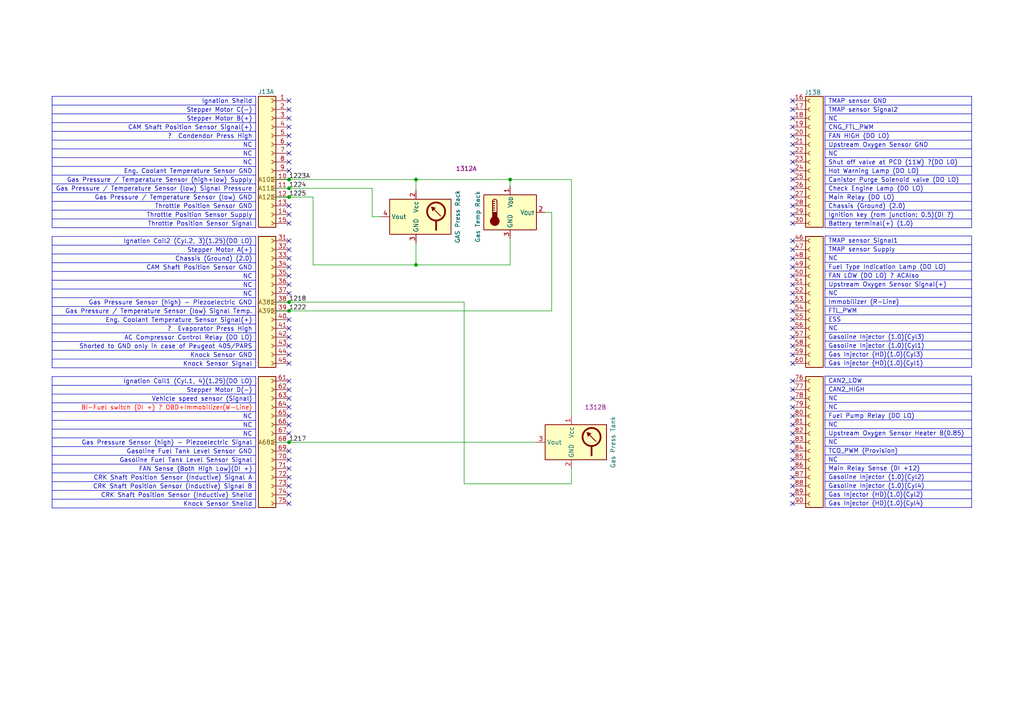
<source format=kicad_sch>
(kicad_sch (version 20250114) (generator "eeschema") (generator_version "9.0")
  (paper "A4")
  (lib_symbols
    (symbol "Sensor_Pressure:40PC250G"
      (property "Reference" "U" (at -10.16 6.35 0))
      (property "Value" "40PC250G" (at 6.35 6.35 0))
      (symbol "40PC250G_0_1"
        (polyline (pts (xy -7.112 0.254) (xy -4.572 2.794)) (stroke (width 0.254)))
        (circle (center -5.842 1.524) (radius 2.6162) (stroke (width 0.508)))
        (polyline (pts (xy -5.842 -1.27) (xy -5.842 -3.81)) (stroke (width 0.508)))
        (polyline (pts (xy -4.572 2.794) (xy -4.826 1.778) (xy -5.588 2.54) (xy -4.572 2.794)) (stroke (width 0.254)) (fill (type outline)))
        (rectangle (start 7.62 5.08) (end -10.16 -5.08) (stroke (width 0.254)) (fill (type background)))
      )
      (symbol "40PC250G_1_1"
        (pin no_connect line (at -7.62 -5.08 90) (length 2.54) (hide yes) (name "NC") (number "4"))
        (pin no_connect line (at -5.08 -5.08 90) (length 2.54) (hide yes) (name "NC") (number "5"))
        (pin no_connect line (at -2.54 -5.08 90) (length 2.54) (hide yes) (name "NC") (number "6"))
        (pin power_in line (at 0 7.62 270) (length 2.54) (name "Vcc") (number "1"))
        (pin power_in line (at 0 -7.62 90) (length 2.54) (name "GND") (number "2"))
        (pin output line (at 10.16 0 180) (length 2.54) (name "Vout") (number "3"))
      )
    )
    (symbol "Sensor_Pressure:MPXHZ6115A"
      (property "Reference" "U" (at -10.16 6.35 0))
      (property "Value" "MPXHZ6115A" (at 1.27 6.35 0))
      (symbol "MPXHZ6115A_0_1"
        (polyline (pts (xy -7.112 0.254) (xy -4.572 2.794)) (stroke (width 0.254)))
        (circle (center -5.842 1.524) (radius 2.6162) (stroke (width 0.508)))
        (polyline (pts (xy -5.842 -1.27) (xy -5.842 -3.81)) (stroke (width 0.508)))
        (polyline (pts (xy -4.572 2.794) (xy -4.826 1.778) (xy -5.588 2.54) (xy -4.572 2.794)) (stroke (width 0.254)) (fill (type outline)))
        (rectangle (start 7.62 5.08) (end -10.16 -5.08) (stroke (width 0.254)) (fill (type background)))
      )
      (symbol "MPXHZ6115A_1_1"
        (pin no_connect line (at -7.62 -5.08 90) (length 2.54) (hide yes) (name "NC") (number "5"))
        (pin no_connect line (at -5.08 -5.08 90) (length 2.54) (hide yes) (name "NC") (number "6"))
        (pin no_connect line (at -2.54 -5.08 90) (length 2.54) (hide yes) (name "NC") (number "7"))
        (pin power_in line (at 0 7.62 270) (length 2.54) (name "Vcc") (number "2"))
        (pin power_in line (at 0 -7.62 90) (length 2.54) (name "GND") (number "3"))
        (pin no_connect line (at 2.54 -5.08 90) (length 2.54) (hide yes) (name "NC") (number "8"))
        (pin no_connect line (at 5.08 -5.08 90) (length 2.54) (hide yes) (name "NC") (number "1"))
        (pin output line (at 10.16 0 180) (length 2.54) (name "Vout") (number "4"))
      )
    )
    (symbol "Sensor_Temperature:MCP9700Ax-ETT"
      (property "Reference" "U" (at -6.35 6.35 0))
      (property "Value" "MCP9700Ax-ETT" (at 1.27 6.35 0))
      (symbol "MCP9700Ax-ETT_0_1"
        (rectangle (start -7.62 5.08) (end 7.62 -5.08) (stroke (width 0.254)) (fill (type background)))
        (polyline (pts (xy -5.08 3.175) (xy -5.08 0)) (stroke (width 0.254)))
        (polyline (pts (xy -5.08 3.175) (xy -4.445 3.175)) (stroke (width 0.254)))
        (polyline (pts (xy -5.08 2.54) (xy -4.445 2.54)) (stroke (width 0.254)))
        (polyline (pts (xy -5.08 1.905) (xy -4.445 1.905)) (stroke (width 0.254)))
        (polyline (pts (xy -5.08 1.27) (xy -4.445 1.27)) (stroke (width 0.254)))
        (polyline (pts (xy -5.08 0.635) (xy -4.445 0.635)) (stroke (width 0.254)))
        (arc (start -5.08 3.175) (mid -4.445 3.8073) (end -3.81 3.175) (stroke (width 0.254)))
        (circle (center -4.445 -2.54) (radius 1.27) (stroke (width 0.254)) (fill (type outline)))
        (polyline (pts (xy -3.81 3.175) (xy -3.81 0)) (stroke (width 0.254)))
        (rectangle (start -3.81 -1.905) (end -5.08 0) (stroke (width 0.254)) (fill (type outline)))
      )
      (symbol "MCP9700Ax-ETT_1_1"
        (pin power_in line (at 0 7.62 270) (length 2.54) (name "V_{DD}") (number "1"))
        (pin power_in line (at 0 -7.62 90) (length 2.54) (name "GND") (number "3"))
        (pin output line (at 10.16 0 180) (length 2.54) (name "V_{OUT}") (number "2"))
      )
    )
    (symbol "sicma_socket:Conn_01x90_3Row_Socket" (pin_names (offset 1.016) (hide yes))
      (property "Reference" "J" (at 1.524 60.833 0))
      (property "Value" "Conn_01x90_3Row_Socket" (at 1.397 -61.214 0))
      (symbol "Conn_01x90_3Row_Socket_1_1"
        (rectangle (start -0.508 59.69) (end 4.572 21.717) (stroke (width 0.254)) (fill (type background)))
        (polyline (pts (xy -0.508 58.42) (xy 0.254 58.42)) (stroke (width 0.1524)))
        (polyline (pts (xy -0.508 55.88) (xy 0.254 55.88)) (stroke (width 0.1524)))
        (polyline (pts (xy -0.508 53.34) (xy 0.254 53.34)) (stroke (width 0.1524)))
        (polyline (pts (xy -0.508 50.8) (xy 0.254 50.8)) (stroke (width 0.1524)))
        (polyline (pts (xy -0.508 48.26) (xy 0.254 48.26)) (stroke (width 0.1524)))
        (polyline (pts (xy -0.508 45.72) (xy 0.254 45.72)) (stroke (width 0.1524)))
        (polyline (pts (xy -0.508 43.18) (xy 0.254 43.18)) (stroke (width 0.1524)))
        (polyline (pts (xy -0.508 40.64) (xy 0.254 40.64)) (stroke (width 0.1524)))
        (polyline (pts (xy -0.508 38.1) (xy 0.254 38.1)) (stroke (width 0.1524)))
        (polyline (pts (xy -0.508 35.56) (xy 0.254 35.56)) (stroke (width 0.1524)))
        (polyline (pts (xy -0.508 33.02) (xy 0.254 33.02)) (stroke (width 0.1524)))
        (polyline (pts (xy -0.508 30.48) (xy 0.254 30.48)) (stroke (width 0.1524)))
        (polyline (pts (xy -0.508 27.94) (xy 0.254 27.94)) (stroke (width 0.1524)))
        (polyline (pts (xy -0.508 25.4) (xy 0.254 25.4)) (stroke (width 0.1524)))
        (polyline (pts (xy -0.508 22.86) (xy 0.254 22.86)) (stroke (width 0.1524)))
        (rectangle (start -0.508 19.05) (end 4.572 -18.923) (stroke (width 0.254)) (fill (type background)))
        (polyline (pts (xy -0.508 17.78) (xy 0.254 17.78)) (stroke (width 0.1524)))
        (polyline (pts (xy -0.508 15.24) (xy 0.254 15.24)) (stroke (width 0.1524)))
        (polyline (pts (xy -0.508 12.7) (xy 0.254 12.7)) (stroke (width 0.1524)))
        (polyline (pts (xy -0.508 10.16) (xy 0.254 10.16)) (stroke (width 0.1524)))
        (polyline (pts (xy -0.508 7.62) (xy 0.254 7.62)) (stroke (width 0.1524)))
        (polyline (pts (xy -0.508 5.08) (xy 0.254 5.08)) (stroke (width 0.1524)))
        (polyline (pts (xy -0.508 2.54) (xy 0.254 2.54)) (stroke (width 0.1524)))
        (polyline (pts (xy -0.508 0) (xy 0.254 0)) (stroke (width 0.1524)))
        (polyline (pts (xy -0.508 -2.54) (xy 0.254 -2.54)) (stroke (width 0.1524)))
        (polyline (pts (xy -0.508 -5.08) (xy 0.254 -5.08)) (stroke (width 0.1524)))
        (polyline (pts (xy -0.508 -7.62) (xy 0.254 -7.62)) (stroke (width 0.1524)))
        (polyline (pts (xy -0.508 -10.16) (xy 0.254 -10.16)) (stroke (width 0.1524)))
        (polyline (pts (xy -0.508 -12.7) (xy 0.254 -12.7)) (stroke (width 0.1524)))
        (polyline (pts (xy -0.508 -15.24) (xy 0.254 -15.24)) (stroke (width 0.1524)))
        (polyline (pts (xy -0.508 -17.78) (xy 0.254 -17.78)) (stroke (width 0.1524)))
        (rectangle (start -0.508 -21.59) (end 4.572 -59.563) (stroke (width 0.254)) (fill (type background)))
        (polyline (pts (xy -0.508 -22.86) (xy 0.254 -22.86)) (stroke (width 0.1524)))
        (polyline (pts (xy -0.508 -25.4) (xy 0.254 -25.4)) (stroke (width 0.1524)))
        (polyline (pts (xy -0.508 -27.94) (xy 0.254 -27.94)) (stroke (width 0.1524)))
        (polyline (pts (xy -0.508 -30.48) (xy 0.254 -30.48)) (stroke (width 0.1524)))
        (polyline (pts (xy -0.508 -33.02) (xy 0.254 -33.02)) (stroke (width 0.1524)))
        (polyline (pts (xy -0.508 -35.56) (xy 0.254 -35.56)) (stroke (width 0.1524)))
        (polyline (pts (xy -0.508 -38.1) (xy 0.254 -38.1)) (stroke (width 0.1524)))
        (polyline (pts (xy -0.508 -40.64) (xy 0.254 -40.64)) (stroke (width 0.1524)))
        (polyline (pts (xy -0.508 -43.18) (xy 0.254 -43.18)) (stroke (width 0.1524)))
        (polyline (pts (xy -0.508 -45.72) (xy 0.254 -45.72)) (stroke (width 0.1524)))
        (polyline (pts (xy -0.508 -48.26) (xy 0.254 -48.26)) (stroke (width 0.1524)))
        (polyline (pts (xy -0.508 -50.8) (xy 0.254 -50.8)) (stroke (width 0.1524)))
        (polyline (pts (xy -0.508 -53.34) (xy 0.254 -53.34)) (stroke (width 0.1524)))
        (polyline (pts (xy -0.508 -55.88) (xy 0.254 -55.88)) (stroke (width 0.1524)))
        (polyline (pts (xy -0.508 -58.42) (xy 0.254 -58.42)) (stroke (width 0.1524)))
        (arc (start 0.762 57.912) (mid 0.2562 58.42) (end 0.762 58.928) (stroke (width 0.1524)))
        (arc (start 0.762 55.372) (mid 0.2562 55.88) (end 0.762 56.388) (stroke (width 0.1524)))
        (arc (start 0.762 52.832) (mid 0.2562 53.34) (end 0.762 53.848) (stroke (width 0.1524)))
        (arc (start 0.762 50.292) (mid 0.2562 50.8) (end 0.762 51.308) (stroke (width 0.1524)))
        (arc (start 0.762 47.752) (mid 0.2562 48.26) (end 0.762 48.768) (stroke (width 0.1524)))
        (arc (start 0.762 45.212) (mid 0.2562 45.72) (end 0.762 46.228) (stroke (width 0.1524)))
        (arc (start 0.762 42.672) (mid 0.2562 43.18) (end 0.762 43.688) (stroke (width 0.1524)))
        (arc (start 0.762 40.132) (mid 0.2562 40.64) (end 0.762 41.148) (stroke (width 0.1524)))
        (arc (start 0.762 37.592) (mid 0.2562 38.1) (end 0.762 38.608) (stroke (width 0.1524)))
        (arc (start 0.762 35.052) (mid 0.2562 35.56) (end 0.762 36.068) (stroke (width 0.1524)))
        (arc (start 0.762 32.512) (mid 0.2562 33.02) (end 0.762 33.528) (stroke (width 0.1524)))
        (arc (start 0.762 29.972) (mid 0.2562 30.48) (end 0.762 30.988) (stroke (width 0.1524)))
        (arc (start 0.762 27.432) (mid 0.2562 27.94) (end 0.762 28.448) (stroke (width 0.1524)))
        (arc (start 0.762 24.892) (mid 0.2562 25.4) (end 0.762 25.908) (stroke (width 0.1524)))
        (arc (start 0.762 22.352) (mid 0.2562 22.86) (end 0.762 23.368) (stroke (width 0.1524)))
        (arc (start 0.762 17.272) (mid 0.2562 17.78) (end 0.762 18.288) (stroke (width 0.1524)))
        (arc (start 0.762 14.732) (mid 0.2562 15.24) (end 0.762 15.748) (stroke (width 0.1524)))
        (arc (start 0.762 12.192) (mid 0.2562 12.7) (end 0.762 13.208) (stroke (width 0.1524)))
        (arc (start 0.762 9.652) (mid 0.2562 10.16) (end 0.762 10.668) (stroke (width 0.1524)))
        (arc (start 0.762 7.112) (mid 0.2562 7.62) (end 0.762 8.128) (stroke (width 0.1524)))
        (arc (start 0.762 4.572) (mid 0.2562 5.08) (end 0.762 5.588) (stroke (width 0.1524)))
        (arc (start 0.762 2.032) (mid 0.2562 2.54) (end 0.762 3.048) (stroke (width 0.1524)))
        (arc (start 0.762 -0.508) (mid 0.2562 0) (end 0.762 0.508) (stroke (width 0.1524)))
        (arc (start 0.762 -3.048) (mid 0.2562 -2.54) (end 0.762 -2.032) (stroke (width 0.1524)))
        (arc (start 0.762 -5.588) (mid 0.2562 -5.08) (end 0.762 -4.572) (stroke (width 0.1524)))
        (arc (start 0.762 -8.128) (mid 0.2562 -7.62) (end 0.762 -7.112) (stroke (width 0.1524)))
        (arc (start 0.762 -10.668) (mid 0.2562 -10.16) (end 0.762 -9.652) (stroke (width 0.1524)))
        (arc (start 0.762 -13.208) (mid 0.2562 -12.7) (end 0.762 -12.192) (stroke (width 0.1524)))
        (arc (start 0.762 -15.748) (mid 0.2562 -15.24) (end 0.762 -14.732) (stroke (width 0.1524)))
        (arc (start 0.762 -18.288) (mid 0.2562 -17.78) (end 0.762 -17.272) (stroke (width 0.1524)))
        (arc (start 0.762 -23.368) (mid 0.2562 -22.86) (end 0.762 -22.352) (stroke (width 0.1524)))
        (arc (start 0.762 -25.908) (mid 0.2562 -25.4) (end 0.762 -24.892) (stroke (width 0.1524)))
        (arc (start 0.762 -28.448) (mid 0.2562 -27.94) (end 0.762 -27.432) (stroke (width 0.1524)))
        (arc (start 0.762 -30.988) (mid 0.2562 -30.48) (end 0.762 -29.972) (stroke (width 0.1524)))
        (arc (start 0.762 -33.528) (mid 0.2562 -33.02) (end 0.762 -32.512) (stroke (width 0.1524)))
        (arc (start 0.762 -36.068) (mid 0.2562 -35.56) (end 0.762 -35.052) (stroke (width 0.1524)))
        (arc (start 0.762 -38.608) (mid 0.2562 -38.1) (end 0.762 -37.592) (stroke (width 0.1524)))
        (arc (start 0.762 -41.148) (mid 0.2562 -40.64) (end 0.762 -40.132) (stroke (width 0.1524)))
        (arc (start 0.762 -43.688) (mid 0.2562 -43.18) (end 0.762 -42.672) (stroke (width 0.1524)))
        (arc (start 0.762 -46.228) (mid 0.2562 -45.72) (end 0.762 -45.212) (stroke (width 0.1524)))
        (arc (start 0.762 -48.768) (mid 0.2562 -48.26) (end 0.762 -47.752) (stroke (width 0.1524)))
        (arc (start 0.762 -51.308) (mid 0.2562 -50.8) (end 0.762 -50.292) (stroke (width 0.1524)))
        (arc (start 0.762 -53.848) (mid 0.2562 -53.34) (end 0.762 -52.832) (stroke (width 0.1524)))
        (arc (start 0.762 -56.388) (mid 0.2562 -55.88) (end 0.762 -55.372) (stroke (width 0.1524)))
        (arc (start 0.762 -58.928) (mid 0.2562 -58.42) (end 0.762 -57.912) (stroke (width 0.1524)))
        (pin passive line (at -4.318 58.42 0) (length 3.81) (name "A1") (number "1"))
        (pin passive line (at -4.318 55.88 0) (length 3.81) (name "A2") (number "2"))
        (pin passive line (at -4.318 53.34 0) (length 3.81) (name "A3") (number "3"))
        (pin passive line (at -4.318 50.8 0) (length 3.81) (name "A4") (number "4"))
        (pin passive line (at -4.318 48.26 0) (length 3.81) (name "A5") (number "5"))
        (pin passive line (at -4.318 45.72 0) (length 3.81) (name "A6") (number "6"))
        (pin passive line (at -4.318 43.18 0) (length 3.81) (name "A7") (number "7"))
        (pin passive line (at -4.318 40.64 0) (length 3.81) (name "A8") (number "8"))
        (pin passive line (at -4.318 38.1 0) (length 3.81) (name "A9") (number "9"))
        (pin passive line (at -4.318 35.56 0) (length 3.81) (name "A10") (number "10"))
        (pin passive line (at -4.318 33.02 0) (length 3.81) (name "A11") (number "11"))
        (pin passive line (at -4.318 30.48 0) (length 3.81) (name "A12") (number "12"))
        (pin passive line (at -4.318 27.94 0) (length 3.81) (name "A13") (number "13"))
        (pin passive line (at -4.318 25.4 0) (length 3.81) (name "A14") (number "14"))
        (pin passive line (at -4.318 22.86 0) (length 3.81) (name "A15") (number "15"))
        (pin passive line (at -4.318 17.78 0) (length 3.81) (name "A31") (number "31"))
        (pin passive line (at -4.318 15.24 0) (length 3.81) (name "A32") (number "32"))
        (pin passive line (at -4.318 12.7 0) (length 3.81) (name "A33") (number "33"))
        (pin passive line (at -4.318 10.16 0) (length 3.81) (name "A34") (number "34"))
        (pin passive line (at -4.318 7.62 0) (length 3.81) (name "A35") (number "35"))
        (pin passive line (at -4.318 5.08 0) (length 3.81) (name "A36") (number "36"))
        (pin passive line (at -4.318 2.54 0) (length 3.81) (name "A37") (number "37"))
        (pin passive line (at -4.318 0 0) (length 3.81) (name "A38") (number "38"))
        (pin passive line (at -4.318 -2.54 0) (length 3.81) (name "A39") (number "39"))
        (pin passive line (at -4.318 -5.08 0) (length 3.81) (name "A40") (number "40"))
        (pin passive line (at -4.318 -7.62 0) (length 3.81) (name "A41") (number "41"))
        (pin passive line (at -4.318 -10.16 0) (length 3.81) (name "A42") (number "42"))
        (pin passive line (at -4.318 -12.7 0) (length 3.81) (name "A43") (number "43"))
        (pin passive line (at -4.318 -15.24 0) (length 3.81) (name "A44") (number "44"))
        (pin passive line (at -4.318 -17.78 0) (length 3.81) (name "A45") (number "45"))
        (pin passive line (at -4.318 -22.86 0) (length 3.81) (name "A61") (number "61"))
        (pin passive line (at -4.318 -25.4 0) (length 3.81) (name "A62") (number "62"))
        (pin passive line (at -4.318 -27.94 0) (length 3.81) (name "A63") (number "63"))
        (pin passive line (at -4.318 -30.48 0) (length 3.81) (name "A64") (number "64"))
        (pin passive line (at -4.318 -33.02 0) (length 3.81) (name "A65") (number "65"))
        (pin passive line (at -4.318 -35.56 0) (length 3.81) (name "A66") (number "66"))
        (pin passive line (at -4.318 -38.1 0) (length 3.81) (name "A67") (number "67"))
        (pin passive line (at -4.318 -40.64 0) (length 3.81) (name "A68") (number "68"))
        (pin passive line (at -4.318 -43.18 0) (length 3.81) (name "A69") (number "69"))
        (pin passive line (at -4.318 -45.72 0) (length 3.81) (name "A70") (number "70"))
        (pin passive line (at -4.318 -48.26 0) (length 3.81) (name "A71") (number "71"))
        (pin passive line (at -4.318 -50.8 0) (length 3.81) (name "A72") (number "72"))
        (pin passive line (at -4.318 -53.34 0) (length 3.81) (name "A73") (number "73"))
        (pin passive line (at -4.318 -55.88 0) (length 3.81) (name "A74") (number "74"))
        (pin passive line (at -4.318 -58.42 0) (length 3.81) (name "A75") (number "75"))
      )
      (symbol "Conn_01x90_3Row_Socket_2_1"
        (rectangle (start -0.508 59.69) (end 4.572 21.717) (stroke (width 0.254)) (fill (type background)))
        (polyline (pts (xy -0.508 58.42) (xy 0.254 58.42)) (stroke (width 0.1524)))
        (polyline (pts (xy -0.508 55.88) (xy 0.254 55.88)) (stroke (width 0.1524)))
        (polyline (pts (xy -0.508 53.34) (xy 0.254 53.34)) (stroke (width 0.1524)))
        (polyline (pts (xy -0.508 50.8) (xy 0.254 50.8)) (stroke (width 0.1524)))
        (polyline (pts (xy -0.508 48.26) (xy 0.254 48.26)) (stroke (width 0.1524)))
        (polyline (pts (xy -0.508 45.72) (xy 0.254 45.72)) (stroke (width 0.1524)))
        (polyline (pts (xy -0.508 43.18) (xy 0.254 43.18)) (stroke (width 0.1524)))
        (polyline (pts (xy -0.508 40.64) (xy 0.254 40.64)) (stroke (width 0.1524)))
        (polyline (pts (xy -0.508 38.1) (xy 0.254 38.1)) (stroke (width 0.1524)))
        (polyline (pts (xy -0.508 35.56) (xy 0.254 35.56)) (stroke (width 0.1524)))
        (polyline (pts (xy -0.508 33.02) (xy 0.254 33.02)) (stroke (width 0.1524)))
        (polyline (pts (xy -0.508 30.48) (xy 0.254 30.48)) (stroke (width 0.1524)))
        (polyline (pts (xy -0.508 27.94) (xy 0.254 27.94)) (stroke (width 0.1524)))
        (polyline (pts (xy -0.508 25.4) (xy 0.254 25.4)) (stroke (width 0.1524)))
        (polyline (pts (xy -0.508 22.86) (xy 0.254 22.86)) (stroke (width 0.1524)))
        (rectangle (start -0.508 19.05) (end 4.572 -18.923) (stroke (width 0.254)) (fill (type background)))
        (polyline (pts (xy -0.508 17.78) (xy 0.254 17.78)) (stroke (width 0.1524)))
        (polyline (pts (xy -0.508 15.24) (xy 0.254 15.24)) (stroke (width 0.1524)))
        (polyline (pts (xy -0.508 12.7) (xy 0.254 12.7)) (stroke (width 0.1524)))
        (polyline (pts (xy -0.508 10.16) (xy 0.254 10.16)) (stroke (width 0.1524)))
        (polyline (pts (xy -0.508 7.62) (xy 0.254 7.62)) (stroke (width 0.1524)))
        (polyline (pts (xy -0.508 5.08) (xy 0.254 5.08)) (stroke (width 0.1524)))
        (polyline (pts (xy -0.508 2.54) (xy 0.254 2.54)) (stroke (width 0.1524)))
        (polyline (pts (xy -0.508 0) (xy 0.254 0)) (stroke (width 0.1524)))
        (polyline (pts (xy -0.508 -2.54) (xy 0.254 -2.54)) (stroke (width 0.1524)))
        (polyline (pts (xy -0.508 -5.08) (xy 0.254 -5.08)) (stroke (width 0.1524)))
        (polyline (pts (xy -0.508 -7.62) (xy 0.254 -7.62)) (stroke (width 0.1524)))
        (polyline (pts (xy -0.508 -10.16) (xy 0.254 -10.16)) (stroke (width 0.1524)))
        (polyline (pts (xy -0.508 -12.7) (xy 0.254 -12.7)) (stroke (width 0.1524)))
        (polyline (pts (xy -0.508 -15.24) (xy 0.254 -15.24)) (stroke (width 0.1524)))
        (polyline (pts (xy -0.508 -17.78) (xy 0.254 -17.78)) (stroke (width 0.1524)))
        (rectangle (start -0.508 -21.59) (end 4.572 -59.563) (stroke (width 0.254)) (fill (type background)))
        (polyline (pts (xy -0.508 -22.86) (xy 0.254 -22.86)) (stroke (width 0.1524)))
        (polyline (pts (xy -0.508 -25.4) (xy 0.254 -25.4)) (stroke (width 0.1524)))
        (polyline (pts (xy -0.508 -27.94) (xy 0.254 -27.94)) (stroke (width 0.1524)))
        (polyline (pts (xy -0.508 -30.48) (xy 0.254 -30.48)) (stroke (width 0.1524)))
        (polyline (pts (xy -0.508 -33.02) (xy 0.254 -33.02)) (stroke (width 0.1524)))
        (polyline (pts (xy -0.508 -35.56) (xy 0.254 -35.56)) (stroke (width 0.1524)))
        (polyline (pts (xy -0.508 -38.1) (xy 0.254 -38.1)) (stroke (width 0.1524)))
        (polyline (pts (xy -0.508 -40.64) (xy 0.254 -40.64)) (stroke (width 0.1524)))
        (polyline (pts (xy -0.508 -43.18) (xy 0.254 -43.18)) (stroke (width 0.1524)))
        (polyline (pts (xy -0.508 -45.72) (xy 0.254 -45.72)) (stroke (width 0.1524)))
        (polyline (pts (xy -0.508 -48.26) (xy 0.254 -48.26)) (stroke (width 0.1524)))
        (polyline (pts (xy -0.508 -50.8) (xy 0.254 -50.8)) (stroke (width 0.1524)))
        (polyline (pts (xy -0.508 -53.34) (xy 0.254 -53.34)) (stroke (width 0.1524)))
        (polyline (pts (xy -0.508 -55.88) (xy 0.254 -55.88)) (stroke (width 0.1524)))
        (polyline (pts (xy -0.508 -58.42) (xy 0.254 -58.42)) (stroke (width 0.1524)))
        (arc (start 0.762 57.912) (mid 0.2562 58.42) (end 0.762 58.928) (stroke (width 0.1524)))
        (arc (start 0.762 55.372) (mid 0.2562 55.88) (end 0.762 56.388) (stroke (width 0.1524)))
        (arc (start 0.762 52.832) (mid 0.2562 53.34) (end 0.762 53.848) (stroke (width 0.1524)))
        (arc (start 0.762 50.292) (mid 0.2562 50.8) (end 0.762 51.308) (stroke (width 0.1524)))
        (arc (start 0.762 47.752) (mid 0.2562 48.26) (end 0.762 48.768) (stroke (width 0.1524)))
        (arc (start 0.762 45.212) (mid 0.2562 45.72) (end 0.762 46.228) (stroke (width 0.1524)))
        (arc (start 0.762 42.672) (mid 0.2562 43.18) (end 0.762 43.688) (stroke (width 0.1524)))
        (arc (start 0.762 40.132) (mid 0.2562 40.64) (end 0.762 41.148) (stroke (width 0.1524)))
        (arc (start 0.762 37.592) (mid 0.2562 38.1) (end 0.762 38.608) (stroke (width 0.1524)))
        (arc (start 0.762 35.052) (mid 0.2562 35.56) (end 0.762 36.068) (stroke (width 0.1524)))
        (arc (start 0.762 32.512) (mid 0.2562 33.02) (end 0.762 33.528) (stroke (width 0.1524)))
        (arc (start 0.762 29.972) (mid 0.2562 30.48) (end 0.762 30.988) (stroke (width 0.1524)))
        (arc (start 0.762 27.432) (mid 0.2562 27.94) (end 0.762 28.448) (stroke (width 0.1524)))
        (arc (start 0.762 24.892) (mid 0.2562 25.4) (end 0.762 25.908) (stroke (width 0.1524)))
        (arc (start 0.762 22.352) (mid 0.2562 22.86) (end 0.762 23.368) (stroke (width 0.1524)))
        (arc (start 0.762 17.272) (mid 0.2562 17.78) (end 0.762 18.288) (stroke (width 0.1524)))
        (arc (start 0.762 14.732) (mid 0.2562 15.24) (end 0.762 15.748) (stroke (width 0.1524)))
        (arc (start 0.762 12.192) (mid 0.2562 12.7) (end 0.762 13.208) (stroke (width 0.1524)))
        (arc (start 0.762 9.652) (mid 0.2562 10.16) (end 0.762 10.668) (stroke (width 0.1524)))
        (arc (start 0.762 7.112) (mid 0.2562 7.62) (end 0.762 8.128) (stroke (width 0.1524)))
        (arc (start 0.762 4.572) (mid 0.2562 5.08) (end 0.762 5.588) (stroke (width 0.1524)))
        (arc (start 0.762 2.032) (mid 0.2562 2.54) (end 0.762 3.048) (stroke (width 0.1524)))
        (arc (start 0.762 -0.508) (mid 0.2562 0) (end 0.762 0.508) (stroke (width 0.1524)))
        (arc (start 0.762 -3.048) (mid 0.2562 -2.54) (end 0.762 -2.032) (stroke (width 0.1524)))
        (arc (start 0.762 -5.588) (mid 0.2562 -5.08) (end 0.762 -4.572) (stroke (width 0.1524)))
        (arc (start 0.762 -8.128) (mid 0.2562 -7.62) (end 0.762 -7.112) (stroke (width 0.1524)))
        (arc (start 0.762 -10.668) (mid 0.2562 -10.16) (end 0.762 -9.652) (stroke (width 0.1524)))
        (arc (start 0.762 -13.208) (mid 0.2562 -12.7) (end 0.762 -12.192) (stroke (width 0.1524)))
        (arc (start 0.762 -15.748) (mid 0.2562 -15.24) (end 0.762 -14.732) (stroke (width 0.1524)))
        (arc (start 0.762 -18.288) (mid 0.2562 -17.78) (end 0.762 -17.272) (stroke (width 0.1524)))
        (arc (start 0.762 -23.368) (mid 0.2562 -22.86) (end 0.762 -22.352) (stroke (width 0.1524)))
        (arc (start 0.762 -25.908) (mid 0.2562 -25.4) (end 0.762 -24.892) (stroke (width 0.1524)))
        (arc (start 0.762 -28.448) (mid 0.2562 -27.94) (end 0.762 -27.432) (stroke (width 0.1524)))
        (arc (start 0.762 -30.988) (mid 0.2562 -30.48) (end 0.762 -29.972) (stroke (width 0.1524)))
        (arc (start 0.762 -33.528) (mid 0.2562 -33.02) (end 0.762 -32.512) (stroke (width 0.1524)))
        (arc (start 0.762 -36.068) (mid 0.2562 -35.56) (end 0.762 -35.052) (stroke (width 0.1524)))
        (arc (start 0.762 -38.608) (mid 0.2562 -38.1) (end 0.762 -37.592) (stroke (width 0.1524)))
        (arc (start 0.762 -41.148) (mid 0.2562 -40.64) (end 0.762 -40.132) (stroke (width 0.1524)))
        (arc (start 0.762 -43.688) (mid 0.2562 -43.18) (end 0.762 -42.672) (stroke (width 0.1524)))
        (arc (start 0.762 -46.228) (mid 0.2562 -45.72) (end 0.762 -45.212) (stroke (width 0.1524)))
        (arc (start 0.762 -48.768) (mid 0.2562 -48.26) (end 0.762 -47.752) (stroke (width 0.1524)))
        (arc (start 0.762 -51.308) (mid 0.2562 -50.8) (end 0.762 -50.292) (stroke (width 0.1524)))
        (arc (start 0.762 -53.848) (mid 0.2562 -53.34) (end 0.762 -52.832) (stroke (width 0.1524)))
        (arc (start 0.762 -56.388) (mid 0.2562 -55.88) (end 0.762 -55.372) (stroke (width 0.1524)))
        (arc (start 0.762 -58.928) (mid 0.2562 -58.42) (end 0.762 -57.912) (stroke (width 0.1524)))
        (pin passive line (at -4.318 58.42 0) (length 3.81) (name "B16") (number "16"))
        (pin passive line (at -4.318 55.88 0) (length 3.81) (name "B17") (number "17"))
        (pin passive line (at -4.318 53.34 0) (length 3.81) (name "B18") (number "18"))
        (pin passive line (at -4.318 50.8 0) (length 3.81) (name "B19") (number "19"))
        (pin passive line (at -4.318 48.26 0) (length 3.81) (name "B20") (number "20"))
        (pin passive line (at -4.318 45.72 0) (length 3.81) (name "B21") (number "21"))
        (pin passive line (at -4.318 43.18 0) (length 3.81) (name "B22") (number "22"))
        (pin passive line (at -4.318 40.64 0) (length 3.81) (name "B23") (number "23"))
        (pin passive line (at -4.318 38.1 0) (length 3.81) (name "B24") (number "24"))
        (pin passive line (at -4.318 35.56 0) (length 3.81) (name "B25") (number "25"))
        (pin passive line (at -4.318 33.02 0) (length 3.81) (name "B26") (number "26"))
        (pin passive line (at -4.318 30.48 0) (length 3.81) (name "B27") (number "27"))
        (pin passive line (at -4.318 27.94 0) (length 3.81) (name "B28") (number "28"))
        (pin passive line (at -4.318 25.4 0) (length 3.81) (name "B29") (number "29"))
        (pin passive line (at -4.318 22.86 0) (length 3.81) (name "B30") (number "30"))
        (pin passive line (at -4.318 17.78 0) (length 3.81) (name "B46") (number "46"))
        (pin passive line (at -4.318 15.24 0) (length 3.81) (name "B47") (number "47"))
        (pin passive line (at -4.318 12.7 0) (length 3.81) (name "B48") (number "48"))
        (pin passive line (at -4.318 10.16 0) (length 3.81) (name "B49") (number "49"))
        (pin passive line (at -4.318 7.62 0) (length 3.81) (name "B50") (number "50"))
        (pin passive line (at -4.318 5.08 0) (length 3.81) (name "B51") (number "51"))
        (pin passive line (at -4.318 2.54 0) (length 3.81) (name "B52") (number "52"))
        (pin passive line (at -4.318 0 0) (length 3.81) (name "B53") (number "53"))
        (pin passive line (at -4.318 -2.54 0) (length 3.81) (name "B54") (number "54"))
        (pin passive line (at -4.318 -5.08 0) (length 3.81) (name "B55") (number "55"))
        (pin passive line (at -4.318 -7.62 0) (length 3.81) (name "B56") (number "56"))
        (pin passive line (at -4.318 -10.16 0) (length 3.81) (name "B57") (number "57"))
        (pin passive line (at -4.318 -12.7 0) (length 3.81) (name "B58") (number "58"))
        (pin passive line (at -4.318 -15.24 0) (length 3.81) (name "B59") (number "59"))
        (pin passive line (at -4.318 -17.78 0) (length 3.81) (name "B60") (number "60"))
        (pin passive line (at -4.318 -22.86 0) (length 3.81) (name "B76") (number "76"))
        (pin passive line (at -4.318 -25.4 0) (length 3.81) (name "B77") (number "77"))
        (pin passive line (at -4.318 -27.94 0) (length 3.81) (name "B78") (number "78"))
        (pin passive line (at -4.318 -30.48 0) (length 3.81) (name "B79") (number "79"))
        (pin passive line (at -4.318 -33.02 0) (length 3.81) (name "B80") (number "80"))
        (pin passive line (at -4.318 -35.56 0) (length 3.81) (name "B81") (number "81"))
        (pin passive line (at -4.318 -38.1 0) (length 3.81) (name "B82") (number "82"))
        (pin passive line (at -4.318 -40.64 0) (length 3.81) (name "B83") (number "83"))
        (pin passive line (at -4.318 -43.18 0) (length 3.81) (name "B84") (number "84"))
        (pin passive line (at -4.318 -45.72 0) (length 3.81) (name "B85") (number "85"))
        (pin passive line (at -4.318 -48.26 0) (length 3.81) (name "B86") (number "86"))
        (pin passive line (at -4.318 -50.8 0) (length 3.81) (name "B87") (number "87"))
        (pin passive line (at -4.318 -53.34 0) (length 3.81) (name "B88") (number "88"))
        (pin passive line (at -4.318 -55.88 0) (length 3.81) (name "B89") (number "89"))
        (pin passive line (at -4.318 -58.42 0) (length 3.81) (name "B90") (number "90"))
      )
    )
  )
  (junction (at 83.82 52.07))
  (junction (at 147.955 52.07))
  (junction (at 83.82 57.15))
  (junction (at 83.82 90.17))
  (junction (at 83.82 128.27))
  (junction (at 120.65 76.835))
  (junction (at 83.82 54.61))
  (junction (at 83.82 87.63))
  (junction (at 120.65 52.07))
  (no_connect (at 83.82 130.81))
  (no_connect (at 229.87 29.21))
  (no_connect (at 229.87 82.55))
  (no_connect (at 83.82 138.43))
  (no_connect (at 83.82 62.23))
  (no_connect (at 229.87 92.71))
  (no_connect (at 229.87 57.15))
  (no_connect (at 83.82 36.83))
  (no_connect (at 229.87 118.11))
  (no_connect (at 229.87 105.41))
  (no_connect (at 229.87 128.27))
  (no_connect (at 229.87 31.75))
  (no_connect (at 229.87 135.89))
  (no_connect (at 83.82 74.93))
  (no_connect (at 229.87 64.77))
  (no_connect (at 229.87 36.83))
  (no_connect (at 83.82 95.25))
  (no_connect (at 83.82 125.73))
  (no_connect (at 83.82 34.29))
  (no_connect (at 83.82 97.79))
  (no_connect (at 229.87 90.17))
  (no_connect (at 229.87 85.09))
  (no_connect (at 229.87 34.29))
  (no_connect (at 229.87 80.01))
  (no_connect (at 229.87 120.65))
  (no_connect (at 83.82 31.75))
  (no_connect (at 229.87 62.23))
  (no_connect (at 83.82 92.71))
  (no_connect (at 83.82 44.45))
  (no_connect (at 229.87 113.03))
  (no_connect (at 229.87 138.43))
  (no_connect (at 229.87 39.37))
  (no_connect (at 83.82 39.37))
  (no_connect (at 83.82 118.11))
  (no_connect (at 83.82 115.57))
  (no_connect (at 229.87 146.05))
  (no_connect (at 229.87 143.51))
  (no_connect (at 83.82 100.33))
  (no_connect (at 83.82 29.21))
  (no_connect (at 83.82 105.41))
  (no_connect (at 83.82 123.19))
  (no_connect (at 83.82 120.65))
  (no_connect (at 83.82 140.97))
  (no_connect (at 83.82 85.09))
  (no_connect (at 229.87 41.91))
  (no_connect (at 229.87 102.87))
  (no_connect (at 83.82 69.85))
  (no_connect (at 229.87 74.93))
  (no_connect (at 229.87 130.81))
  (no_connect (at 229.87 140.97))
  (no_connect (at 229.87 97.79))
  (no_connect (at 83.82 77.47))
  (no_connect (at 229.87 87.63))
  (no_connect (at 229.87 49.53))
  (no_connect (at 229.87 95.25))
  (no_connect (at 83.82 82.55))
  (no_connect (at 83.82 143.51))
  (no_connect (at 229.87 54.61))
  (no_connect (at 83.82 64.77))
  (no_connect (at 229.87 44.45))
  (no_connect (at 229.87 69.85))
  (no_connect (at 83.82 135.89))
  (no_connect (at 229.87 46.99))
  (no_connect (at 83.82 46.99))
  (no_connect (at 83.82 110.49))
  (no_connect (at 83.82 59.69))
  (no_connect (at 229.87 125.73))
  (no_connect (at 229.87 133.35))
  (no_connect (at 229.87 123.19))
  (no_connect (at 83.82 72.39))
  (no_connect (at 229.87 52.07))
  (no_connect (at 229.87 115.57))
  (no_connect (at 229.87 77.47))
  (no_connect (at 83.82 102.87))
  (no_connect (at 83.82 133.35))
  (no_connect (at 229.87 110.49))
  (no_connect (at 83.82 41.91))
  (no_connect (at 229.87 100.33))
  (no_connect (at 83.82 146.05))
  (no_connect (at 83.82 113.03))
  (no_connect (at 229.87 59.69))
  (no_connect (at 83.82 80.01))
  (no_connect (at 83.82 49.53))
  (no_connect (at 229.87 72.39))
  (wire (pts (xy 80.01 128.27) (xy 83.82 128.27)))
  (wire (pts (xy 120.65 52.07) (xy 120.65 55.245)))
  (wire (pts (xy 80.01 90.17) (xy 83.82 90.17)))
  (wire (pts (xy 80.01 87.63) (xy 83.82 87.63)))
  (wire (pts (xy 90.805 76.835) (xy 120.65 76.835)))
  (wire (pts (xy 107.95 54.61) (xy 83.82 54.61)))
  (wire (pts (xy 147.955 52.07) (xy 147.955 53.975)))
  (wire (pts (xy 165.735 52.07) (xy 147.955 52.07)))
  (wire (pts (xy 160.02 90.17) (xy 83.82 90.17)))
  (wire (pts (xy 107.95 54.61) (xy 107.95 62.865)))
  (wire (pts (xy 83.82 87.63) (xy 134.62 87.63)))
  (wire (pts (xy 158.115 61.595) (xy 160.02 61.595)))
  (wire (pts (xy 165.735 140.335) (xy 134.62 140.335)))
  (wire (pts (xy 165.735 120.65) (xy 165.735 52.07)))
  (wire (pts (xy 80.01 54.61) (xy 83.82 54.61)))
  (wire (pts (xy 155.575 128.27) (xy 83.82 128.27)))
  (wire (pts (xy 147.955 52.07) (xy 120.65 52.07)))
  (wire (pts (xy 120.65 76.835) (xy 147.955 76.835)))
  (wire (pts (xy 110.49 62.865) (xy 107.95 62.865)))
  (wire (pts (xy 165.735 135.89) (xy 165.735 140.335)))
  (wire (pts (xy 80.01 52.07) (xy 83.82 52.07)))
  (wire (pts (xy 80.01 57.15) (xy 83.82 57.15)))
  (wire (pts (xy 90.805 57.15) (xy 90.805 76.835)))
  (wire (pts (xy 160.02 61.595) (xy 160.02 90.17)))
  (wire (pts (xy 147.955 76.835) (xy 147.955 69.215)))
  (wire (pts (xy 120.65 52.07) (xy 83.82 52.07)))
  (wire (pts (xy 134.62 140.335) (xy 134.62 87.63)))
  (wire (pts (xy 120.65 70.485) (xy 120.65 76.835)))
  (wire (pts (xy 83.82 57.15) (xy 90.805 57.15)))
  (table (column_count 1) (border (external yes) (header yes)) (separators (rows yes) (cols yes)) (column_widths 42.545) (row_heights 2.54 2.54 2.54 2.54 2.54 2.54 2.54 2.54 2.54 2.54 2.54 2.54 2.54 2.54 2.54) (cells (table_cell "CAN2_LOW" (at 239.268 109.093 0) (size 42.545 2.54) (margins 0.9525 0.9525 0.9525 0.9525) (span 1 1)) (table_cell "CAN2_HIGH" (at 239.268 111.633 0) (size 42.545 2.54) (margins 0.9525 0.9525 0.9525 0.9525) (span 1 1)) (table_cell "NC" (at 239.268 114.173 0) (size 42.545 2.54) (margins 0.9525 0.9525 0.9525 0.9525) (span 1 1)) (table_cell "NC" (at 239.268 116.713 0) (size 42.545 2.54) (margins 0.9525 0.9525 0.9525 0.9525) (span 1 1)) (table_cell "Fuel Pump Relay (DO LO)" (at 239.268 119.253 0) (size 42.545 2.54) (margins 0.9525 0.9525 0.9525 0.9525) (span 1 1)) (table_cell "NC" (at 239.268 121.793 0) (size 42.545 2.54) (margins 0.9525 0.9525 0.9525 0.9525) (span 1 1)) (table_cell "Upstream Oxygen Sensor Heater B(0.85)" (at 239.268 124.333 0) (size 42.545 2.54) (margins 0.9525 0.9525 0.9525 0.9525) (span 1 1)) (table_cell "NC" (at 239.268 126.873 0) (size 42.545 2.54) (margins 0.9525 0.9525 0.9525 0.9525) (span 1 1)) (table_cell "TCO_PWM (Provision)" (at 239.268 129.413 0) (size 42.545 2.54) (margins 0.9525 0.9525 0.9525 0.9525) (span 1 1)) (table_cell "NC" (at 239.268 131.953 0) (size 42.545 2.54) (margins 0.9525 0.9525 0.9525 0.9525) (span 1 1)) (table_cell "Main Relay Sense (DI +12)" (at 239.268 134.493 0) (size 42.545 2.54) (margins 0.9525 0.9525 0.9525 0.9525) (span 1 1)) (table_cell "Gasoline Injector (1.0)(Cyl2)" (at 239.268 137.033 0) (size 42.545 2.54) (margins 0.9525 0.9525 0.9525 0.9525) (span 1 1)) (table_cell "Gasoline Injector (1.0)(Cyl4)" (at 239.268 139.573 0) (size 42.545 2.54) (margins 0.9525 0.9525 0.9525 0.9525) (span 1 1)) (table_cell "Gas Injector (HD)(1.0)(Cyl2)" (at 239.268 142.113 0) (size 42.545 2.54) (margins 0.9525 0.9525 0.9525 0.9525) (span 1 1)) (table_cell "Gas Injector (HD)(1.0)(Cyl4)" (at 239.268 144.653 0) (size 42.545 2.54) (margins 0.9525 0.9525 0.9525 0.9525) (span 1 1))))
  (table (column_count 1) (border (external yes) (header no)) (separators (rows yes) (cols no)) (column_widths 59.055) (row_heights 2.54 2.54 2.54 2.54 2.54 2.54 2.54 2.54 2.54 2.54 2.54 2.54 2.54 2.54 2.54) (cells (table_cell "Ignation Sheild" (at 15.113 27.94 0) (size 59.055 2.54) (margins 0.9525 0.9525 0.9525 0.9525) (span 1 1)) (table_cell "Stepper Motor C(-)" (at 15.113 30.48 0) (size 59.055 2.54) (margins 0.9525 0.9525 0.9525 0.9525) (span 1 1)) (table_cell "Stepper Motor B(+)" (at 15.113 33.02 0) (size 59.055 2.54) (margins 0.9525 0.9525 0.9525 0.9525) (span 1 1)) (table_cell "CAM Shaft Position Sensor Signal(+)" (at 15.113 35.56 0) (size 59.055 2.54) (margins 0.9525 0.9525 0.9525 0.9525) (span 1 1)) (table_cell "?  Condendor Press High" (at 15.113 38.1 0) (size 59.055 2.54) (margins 0.9525 0.9525 0.9525 0.9525) (span 1 1)) (table_cell "NC" (at 15.113 40.64 0) (size 59.055 2.54) (margins 0.9525 0.9525 0.9525 0.9525) (span 1 1)) (table_cell "NC" (at 15.113 43.18 0) (size 59.055 2.54) (margins 0.9525 0.9525 0.9525 0.9525) (span 1 1)) (table_cell "NC" (at 15.113 45.72 0) (size 59.055 2.54) (margins 0.9525 0.9525 0.9525 0.9525) (span 1 1)) (table_cell "Eng. Coolant Temperature Sensor GND" (at 15.113 48.26 0) (size 59.055 2.54) (margins 0.9525 0.9525 0.9525 0.9525) (span 1 1)) (table_cell "Gas Pressure / Temperature Sensor (high+low) Supply" (at 15.113 50.8 0) (size 59.055 2.54) (margins 0.9525 0.9525 0.9525 0.9525) (span 1 1)) (table_cell "Gas Pressure / Temperature Sensor (low) Signal Pressure" (at 15.113 53.34 0) (size 59.055 2.54) (margins 0.9525 0.9525 0.9525 0.9525) (span 1 1)) (table_cell "Gas Pressure / Temperature Sensor (low) GND" (at 15.113 55.88 0) (size 59.055 2.54) (margins 0.9525 0.9525 0.9525 0.9525) (span 1 1)) (table_cell "Throttle Position Sensor GND" (at 15.113 58.42 0) (size 59.055 2.54) (margins 0.9525 0.9525 0.9525 0.9525) (span 1 1)) (table_cell "Throttle Position Sensor Supply" (at 15.113 60.96 0) (size 59.055 2.54) (margins 0.9525 0.9525 0.9525 0.9525) (span 1 1)) (table_cell "Throttle Position Sensor Signal" (at 15.113 63.5 0) (size 59.055 2.54) (margins 0.9525 0.9525 0.9525 0.9525) (span 1 1))))
  (table (column_count 1) (border (external yes) (header yes)) (separators (rows yes) (cols yes)) (column_widths 42.545) (row_heights 2.54 2.54 2.54 2.54 2.54 2.54 2.54 2.54 2.54 2.54 2.54 2.54 2.54 2.54 2.54) (cells (table_cell "TMAP sensor Signal1" (at 239.268 68.453 0) (size 42.545 2.54) (margins 0.9525 0.9525 0.9525 0.9525) (span 1 1)) (table_cell "TMAP sensor Supply" (at 239.268 70.993 0) (size 42.545 2.54) (margins 0.9525 0.9525 0.9525 0.9525) (span 1 1)) (table_cell "NC" (at 239.268 73.533 0) (size 42.545 2.54) (margins 0.9525 0.9525 0.9525 0.9525) (span 1 1)) (table_cell "Fuel Type Indication Lamp (DO LO)" (at 239.268 76.073 0) (size 42.545 2.54) (margins 0.9525 0.9525 0.9525 0.9525) (span 1 1)) (table_cell "FAN LOW (DO LO) ? ACAlso" (at 239.268 78.613 0) (size 42.545 2.54) (margins 0.9525 0.9525 0.9525 0.9525) (span 1 1)) (table_cell "Upstream Oxygen Sensor Signal(+)" (at 239.268 81.153 0) (size 42.545 2.54) (margins 0.9525 0.9525 0.9525 0.9525) (span 1 1)) (table_cell "NC" (at 239.268 83.693 0) (size 42.545 2.54) (margins 0.9525 0.9525 0.9525 0.9525) (span 1 1)) (table_cell "Immobilizer (R-Line)" (at 239.268 86.233 0) (size 42.545 2.54) (margins 0.9525 0.9525 0.9525 0.9525) (span 1 1)) (table_cell "FTL_PWM" (at 239.268 88.773 0) (size 42.545 2.54) (margins 0.9525 0.9525 0.9525 0.9525) (span 1 1)) (table_cell "ESS" (at 239.268 91.313 0) (size 42.545 2.54) (margins 0.9525 0.9525 0.9525 0.9525) (span 1 1)) (table_cell "NC" (at 239.268 93.853 0) (size 42.545 2.54) (margins 0.9525 0.9525 0.9525 0.9525) (span 1 1)) (table_cell "Gasoline Injector (1.0)(Cyl3)" (at 239.268 96.393 0) (size 42.545 2.54) (margins 0.9525 0.9525 0.9525 0.9525) (span 1 1)) (table_cell "Gasoline Injector (1.0)(Cyl1)" (at 239.268 98.933 0) (size 42.545 2.54) (margins 0.9525 0.9525 0.9525 0.9525) (span 1 1)) (table_cell "Gas Injector (HD)(1.0)(Cyl3)" (at 239.268 101.473 0) (size 42.545 2.54) (margins 0.9525 0.9525 0.9525 0.9525) (span 1 1)) (table_cell "Gas Injector (HD)(1.0)(Cyl1)" (at 239.268 104.013 0) (size 42.545 2.54) (margins 0.9525 0.9525 0.9525 0.9525) (span 1 1))))
  (table (column_count 1) (border (external yes) (header yes)) (separators (rows yes) (cols yes)) (column_widths 59.055) (row_heights 2.54 2.54 2.54 2.54 2.54 2.54 2.54 2.54 2.54 2.54 2.54 2.54 2.54 2.54 2.54) (cells (table_cell "Ignation Coil2 (Cyl.2, 3)(1.25)(DO LO)" (at 15.113 68.58 0) (size 59.055 2.54) (margins 0.9525 0.9525 0.9525 0.9525) (span 1 1)) (table_cell "Stepper Motor A(+)" (at 15.113 71.12 0) (size 59.055 2.54) (margins 0.9525 0.9525 0.9525 0.9525) (span 1 1)) (table_cell "Chassis (Ground) (2.0)" (at 15.113 73.66 0) (size 59.055 2.54) (margins 0.9525 0.9525 0.9525 0.9525) (span 1 1)) (table_cell "CAM Shaft Position Sensor GND" (at 15.113 76.2 0) (size 59.055 2.54) (margins 0.9525 0.9525 0.9525 0.9525) (span 1 1)) (table_cell "NC" (at 15.113 78.74 0) (size 59.055 2.54) (margins 0.9525 0.9525 0.9525 0.9525) (span 1 1)) (table_cell "NC" (at 15.113 81.28 0) (size 59.055 2.54) (margins 0.9525 0.9525 0.9525 0.9525) (span 1 1)) (table_cell "NC" (at 15.113 83.82 0) (size 59.055 2.54) (margins 0.9525 0.9525 0.9525 0.9525) (span 1 1)) (table_cell "Gas Pressure Sensor (high) - Piezoelectric GND" (at 15.113 86.36 0) (size 59.055 2.54) (margins 0.9525 0.9525 0.9525 0.9525) (span 1 1)) (table_cell "Gas Pressure / Temperature Sensor (low) Signal Temp." (at 15.113 88.9 0) (size 59.055 2.54) (margins 0.9525 0.9525 0.9525 0.9525) (span 1 1)) (table_cell "Eng. Coolant Temperature Sensor Signal(+)" (at 15.113 91.44 0) (size 59.055 2.54) (margins 0.9525 0.9525 0.9525 0.9525) (span 1 1)) (table_cell "?  Evaporator Press High" (at 15.113 93.98 0) (size 59.055 2.54) (margins 0.9525 0.9525 0.9525 0.9525) (span 1 1)) (table_cell "AC Compressor Control Relay (DO LO)" (at 15.113 96.52 0) (size 59.055 2.54) (margins 0.9525 0.9525 0.9525 0.9525) (span 1 1)) (table_cell "Shorted to GND only in case of Peugeot 405/PARS" (at 15.113 99.06 0) (size 59.055 2.54) (margins 0.9525 0.9525 0.9525 0.9525) (span 1 1)) (table_cell "Knock Sensor GND" (at 15.113 101.6 0) (size 59.055 2.54) (margins 0.9525 0.9525 0.9525 0.9525) (span 1 1)) (table_cell "Knock Sensor Signal" (at 15.113 104.14 0) (size 59.055 2.54) (margins 0.9525 0.9525 0.9525 0.9525) (span 1 1))))
  (table (column_count 1) (border (external yes) (header yes)) (separators (rows yes) (cols yes)) (column_widths 59.055) (row_heights 2.54 2.54 2.54 2.54 2.54 2.54 2.54 2.54 2.54 2.54 2.54 2.54 2.54 2.54 2.54) (cells (table_cell "Ignation Coil1 (Cyl.1, 4)(1.25)(DO LO)" (at 15.113 109.22 0) (size 59.055 2.54) (margins 0.9525 0.9525 0.9525 0.9525) (span 1 1)) (table_cell "Stepper Motor D(-)" (at 15.113 111.76 0) (size 59.055 2.54) (margins 0.9525 0.9525 0.9525 0.9525) (span 1 1)) (table_cell "Vehicle speed sensor (Signal)" (at 15.113 114.3 0) (size 59.055 2.54) (margins 0.9525 0.9525 0.9525 0.9525) (span 1 1)) (table_cell "Bi-Fuel switch (DI +) ? OBD+Immobilizer(W-Line)" (at 15.113 116.84 0) (size 59.055 2.54) (margins 0.9525 0.9525 0.9525 0.9525) (span 1 1)) (table_cell "NC" (at 15.113 119.38 0) (size 59.055 2.54) (margins 0.9525 0.9525 0.9525 0.9525) (span 1 1)) (table_cell "NC" (at 15.113 121.92 0) (size 59.055 2.54) (margins 0.9525 0.9525 0.9525 0.9525) (span 1 1)) (table_cell "NC" (at 15.113 124.46 0) (size 59.055 2.54) (margins 0.9525 0.9525 0.9525 0.9525) (span 1 1)) (table_cell "Gas Pressure Sensor (high) - Piezoelectric Signal" (at 15.113 127 0) (size 59.055 2.54) (margins 0.9525 0.9525 0.9525 0.9525) (span 1 1)) (table_cell "Gasoline Fuel Tank Level Sensor GND" (at 15.113 129.54 0) (size 59.055 2.54) (margins 0.9525 0.9525 0.9525 0.9525) (span 1 1)) (table_cell "Gasoline Fuel Tank Level Sensor Signal" (at 15.113 132.08 0) (size 59.055 2.54) (margins 0.9525 0.9525 0.9525 0.9525) (span 1 1)) (table_cell "FAN Sense (Both High Low)(DI +)" (at 15.113 134.62 0) (size 59.055 2.54) (margins 0.9525 0.9525 0.9525 0.9525) (span 1 1)) (table_cell "CRK Shaft Position Sensor (Inductive) Signal A" (at 15.113 137.16 0) (size 59.055 2.54) (margins 0.9525 0.9525 0.9525 0.9525) (span 1 1)) (table_cell "CRK Shaft Position Sensor (Inductive) Signal B" (at 15.113 139.7 0) (size 59.055 2.54) (margins 0.9525 0.9525 0.9525 0.9525) (span 1 1)) (table_cell "CRK Shaft Position Sensor (Inductive) Sheild" (at 15.113 142.24 0) (size 59.055 2.54) (margins 0.9525 0.9525 0.9525 0.9525) (span 1 1)) (table_cell "Knock Sensor Sheild" (at 15.113 144.78 0) (size 59.055 2.54) (margins 0.9525 0.9525 0.9525 0.9525) (span 1 1))))
  (table (column_count 1) (border (external yes) (header yes)) (separators (rows yes) (cols yes)) (column_widths 42.545) (row_heights 2.54 2.54 2.54 2.54 2.54 2.54 2.54 2.54 2.54 2.54 2.54 2.54 2.54 2.54 2.54) (cells (table_cell "TMAP sensor GND" (at 239.268 27.94 0) (size 42.545 2.54) (margins 0.9525 0.9525 0.9525 0.9525) (span 1 1)) (table_cell "TMAP sensor Signal2" (at 239.268 30.48 0) (size 42.545 2.54) (margins 0.9525 0.9525 0.9525 0.9525) (span 1 1)) (table_cell "NC" (at 239.268 33.02 0) (size 42.545 2.54) (margins 0.9525 0.9525 0.9525 0.9525) (span 1 1)) (table_cell "CNG_FTL_PWM" (at 239.268 35.56 0) (size 42.545 2.54) (margins 0.9525 0.9525 0.9525 0.9525) (span 1 1)) (table_cell "FAN HIGH (DO LO)" (at 239.268 38.1 0) (size 42.545 2.54) (margins 0.9525 0.9525 0.9525 0.9525) (span 1 1)) (table_cell "Upstream Oxygen Sensor GND" (at 239.268 40.64 0) (size 42.545 2.54) (margins 0.9525 0.9525 0.9525 0.9525) (span 1 1)) (table_cell "NC" (at 239.268 43.18 0) (size 42.545 2.54) (margins 0.9525 0.9525 0.9525 0.9525) (span 1 1)) (table_cell "Shut off valve at PCD (11W) ?(DO LO)" (at 239.268 45.72 0) (size 42.545 2.54) (margins 0.9525 0.9525 0.9525 0.9525) (span 1 1)) (table_cell "Hot Warning Lamp (DO LO)" (at 239.268 48.26 0) (size 42.545 2.54) (margins 0.9525 0.9525 0.9525 0.9525) (span 1 1)) (table_cell "Canistor Purge Solenoid valve (DO LO)" (at 239.268 50.8 0) (size 42.545 2.54) (margins 0.9525 0.9525 0.9525 0.9525) (span 1 1)) (table_cell "Check Engine Lamp (DO LO)" (at 239.268 53.34 0) (size 42.545 2.54) (margins 0.9525 0.9525 0.9525 0.9525) (span 1 1)) (table_cell "Main Relay (DO LO)" (at 239.268 55.88 0) (size 42.545 2.54) (margins 0.9525 0.9525 0.9525 0.9525) (span 1 1)) (table_cell "Chassis (Ground) (2.0)" (at 239.268 58.42 0) (size 42.545 2.54) (margins 0.9525 0.9525 0.9525 0.9525) (span 1 1)) (table_cell "Ignition key (rom junction: 0.5)(DI ?)" (at 239.268 60.96 0) (size 42.545 2.54) (margins 0.9525 0.9525 0.9525 0.9525) (span 1 1)) (table_cell "Battery terminal(+) (1.0)" (at 239.268 63.5 0) (size 42.545 2.54) (margins 0.9525 0.9525 0.9525 0.9525) (span 1 1))))
  (label "1222" (at 83.82 90.17 0))
  (label "1217" (at 83.82 128.27 0))
  (label "1223A" (at 83.82 52.07 0))
  (label "1224" (at 83.82 54.61 0))
  (label "1218" (at 83.82 87.63 0))
  (label "1225" (at 83.82 57.15 0))
  (hierarchical_label "A68" (shape passive) (at 80.01 128.27 180))
  (hierarchical_label "A39" (shape passive) (at 80.01 90.17 180))
  (hierarchical_label "A10" (shape passive) (at 80.01 52.07 180))
  (hierarchical_label "A12" (shape passive) (at 80.01 57.15 180))
  (hierarchical_label "A38" (shape passive) (at 80.01 87.63 180))
  (hierarchical_label "A11" (shape passive) (at 80.01 54.61 180))
  (symbol (lib_id "sicma_socket:Conn_01x90_3Row_Socket") (at 234.188 87.63 0) (unit 2)
    (property "Reference" "J13" (at 235.712 26.797 0))
    (property "Value" "Conn_01x90_3Row_Socket" (effects (hide yes)))
    (property "Description" "\"Duble connector, triple row, 03x30, unit letter first pin numbering scheme (pin number form 1 to 90\"" (effects (hide yes)))
  )
  (symbol (lib_id "Sensor_Temperature:MCP9700Ax-ETT") (at 147.955 61.595 0) (unit 1) (in_bom no) (on_board no)
    (property "Reference" "U49" (effects (hide yes)))
    (property "Value" "Gas Temp Rack" (at 138.557 62.8649 90))
    (property "Footprint" "Package_TO_SOT_SMD:SOT-23" (effects (hide yes)))
    (property "Datasheet" "http://ww1.microchip.com/downloads/en/devicedoc/20001942g.pdf" (effects (hide yes)))
    (property "Description" "Low power, analog thermistor temperature sensor, ±2C accuracy, -40C to +125C, in SOT-23-3" (effects (hide yes)))
  )
  (symbol (lib_id "Sensor_Pressure:MPXHZ6115A") (at 120.65 62.865 0) (mirror y) (unit 1) (in_bom no) (on_board no)
    (property "Reference" "U48" (effects (hide yes)))
    (property "Value" "GAS Press Rack" (at 132.715 62.8649 90))
    (property "Datasheet" "https://www.nxp.com/docs/en/data-sheet/MPXA6115A.pdf" (effects (hide yes)))
    (property "Description" "Absolute pressure sensor, 15 to 115kPa, analog output, integrated signal conditioning, temperature compensated, media resistant gel, SSO package" (effects (hide yes)))
    (property "Unit Tag" "1312A" (at 135.255 48.895 0))
  )
  (symbol (lib_id "sicma_socket:Conn_01x90_3Row_Socket") (at 79.502 87.63 0) (mirror y) (unit 1)
    (property "Reference" "J13" (at 79.502 26.6064 0) (effects (justify left)))
    (property "Value" "Conn_01x90_3Row_Socket" (effects (hide yes)))
    (property "Description" "\"Duble connector, triple row, 03x30, unit letter first pin numbering scheme (pin number form 1 to 90\"" (effects (hide yes)))
  )
  (symbol (lib_id "Sensor_Pressure:40PC250G") (at 165.735 128.27 0) (mirror y) (unit 1)
    (property "Reference" "U50" (effects (hide yes)))
    (property "Value" "Gas Press Tank" (at 177.8 128.2699 90))
    (property "Datasheet" "http://www.honeywellscportal.com//index.php?ci_id=138832" (effects (hide yes)))
    (property "Description" "Gauge pressure sensor, 0 to 250PSI, 5V supply, 0.2% accuracy, integrated signal conditioning, excellent media compatibility" (effects (hide yes)))
    (property "Unit Tag" "1312B" (at 172.72 118.11 0))
  )
)
</source>
